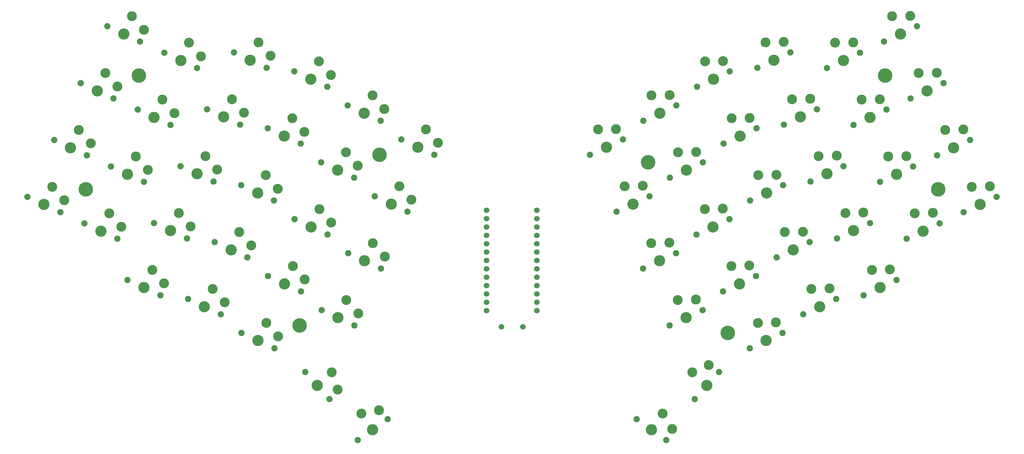
<source format=gts>
%TF.GenerationSoftware,KiCad,Pcbnew,8.0.7*%
%TF.CreationDate,2024-12-23T04:44:47-05:00*%
%TF.ProjectId,mx,6d782e6b-6963-4616-945f-706362585858,v1.0.0*%
%TF.SameCoordinates,Original*%
%TF.FileFunction,Soldermask,Top*%
%TF.FilePolarity,Negative*%
%FSLAX46Y46*%
G04 Gerber Fmt 4.6, Leading zero omitted, Abs format (unit mm)*
G04 Created by KiCad (PCBNEW 8.0.7) date 2024-12-23 04:44:47*
%MOMM*%
%LPD*%
G01*
G04 APERTURE LIST*
%ADD10C,0.700000*%
%ADD11C,4.400000*%
%ADD12C,1.700000*%
%ADD13C,1.900000*%
%ADD14C,3.000000*%
%ADD15C,3.400000*%
G04 APERTURE END LIST*
D10*
X96022972Y-90226875D03*
X95967885Y-91488529D03*
X96954047Y-89373701D03*
X96821059Y-92419604D03*
D11*
X97518380Y-90924196D03*
D10*
X98215701Y-89428788D03*
X98082713Y-92474691D03*
X99068875Y-90359863D03*
X99013788Y-91621517D03*
X250296683Y-117934030D03*
X250241596Y-116672377D03*
X251227759Y-118787204D03*
X251094770Y-115741301D03*
D11*
X251792091Y-117236709D03*
D10*
X252489412Y-118732117D03*
X252356423Y-115686214D03*
X253342586Y-117801041D03*
X253287499Y-116539388D03*
D12*
X218049070Y-131824890D03*
X218049070Y-134364887D03*
X218049071Y-136904891D03*
X218049070Y-139444889D03*
X218049070Y-141984887D03*
X218049071Y-144524889D03*
X218049070Y-147064888D03*
X218049069Y-149604889D03*
X218049070Y-152144891D03*
X218049070Y-154684889D03*
X218049071Y-157224888D03*
X218049070Y-159764891D03*
X218049069Y-162304889D03*
X202809070Y-162304888D03*
X202809070Y-159764891D03*
X202809069Y-157224887D03*
X202809070Y-154684889D03*
X202809070Y-152144891D03*
X202809069Y-149604889D03*
X202809070Y-147064890D03*
X202809071Y-144524889D03*
X202809070Y-141984887D03*
X202809070Y-139444889D03*
X202809069Y-136904890D03*
X202809070Y-134364887D03*
X202809071Y-131824889D03*
D10*
X338206112Y-126151843D03*
X338151025Y-124890190D03*
X339137188Y-127005017D03*
X339004199Y-123959114D03*
D11*
X339701520Y-125454522D03*
D10*
X340398841Y-126949930D03*
X340265852Y-123904027D03*
X341252015Y-126018854D03*
X341196928Y-124757201D03*
X274449323Y-169729518D03*
X274394236Y-168467865D03*
X275380399Y-170582692D03*
X275247410Y-167536789D03*
D11*
X275944731Y-169032197D03*
D10*
X276642052Y-170527605D03*
X276509063Y-167481702D03*
X277495226Y-169596529D03*
X277440139Y-168334876D03*
D12*
X207309072Y-167159890D03*
X213809072Y-167159894D03*
D10*
X144734551Y-166069106D03*
X144679464Y-167330760D03*
X145665626Y-165215932D03*
X145532638Y-168261835D03*
D11*
X146229959Y-166766427D03*
D10*
X146927280Y-165271019D03*
X146794292Y-168316922D03*
X147780454Y-166202094D03*
X147725367Y-167463748D03*
X322104360Y-91621517D03*
X322049273Y-90359864D03*
X323035436Y-92474691D03*
X322902447Y-89428788D03*
D11*
X323599768Y-90924196D03*
D10*
X324297089Y-92419604D03*
X324164100Y-89373701D03*
X325150263Y-91488528D03*
X325095176Y-90226875D03*
X79921216Y-124757204D03*
X79866129Y-126018858D03*
X80852291Y-123904030D03*
X80719303Y-126949933D03*
D11*
X81416624Y-125454525D03*
D10*
X82113945Y-123959117D03*
X81980957Y-127005020D03*
X82967119Y-124890192D03*
X82912032Y-126151846D03*
X168887188Y-114273616D03*
X168832101Y-115535270D03*
X169818263Y-113420442D03*
X169685275Y-116466345D03*
D11*
X170382596Y-114970937D03*
D10*
X171079917Y-113475529D03*
X170946929Y-116521432D03*
X171933091Y-114406604D03*
X171878004Y-115668258D03*
D13*
X242200257Y-132219129D03*
D14*
X244670373Y-124502199D03*
D15*
X247184952Y-129894730D03*
D14*
X250131672Y-124382984D03*
D13*
X252169647Y-127570331D03*
X305957048Y-88641452D03*
D14*
X308427164Y-80924522D03*
D15*
X310941743Y-86317053D03*
D14*
X313888463Y-80805307D03*
D13*
X315926438Y-83992654D03*
X136531264Y-106937027D03*
D14*
X144030535Y-103868899D03*
D15*
X141515956Y-109261430D03*
D14*
X147632313Y-107975865D03*
D13*
X146500648Y-111585833D03*
X323222215Y-80590574D03*
D14*
X325692331Y-72873644D03*
D15*
X328206910Y-78266175D03*
D14*
X331153630Y-72754429D03*
D13*
X333191605Y-75941776D03*
X274510628Y-156432806D03*
D14*
X276980744Y-148715876D03*
D15*
X279495323Y-154108407D03*
D14*
X282442043Y-148596661D03*
D13*
X284480018Y-151784008D03*
X282668365Y-128850993D03*
D14*
X285138481Y-121134063D03*
D15*
X287653060Y-126526594D03*
D14*
X290599780Y-121014848D03*
D13*
X292637755Y-124202195D03*
X110158681Y-118417082D03*
D14*
X117657952Y-115348954D03*
D15*
X115143373Y-120741485D03*
D14*
X121259730Y-119455920D03*
D13*
X120128065Y-123065888D03*
X290719247Y-146116158D03*
D14*
X293189363Y-138399228D03*
D15*
X295703942Y-143791759D03*
D14*
X298650662Y-138280013D03*
D13*
X300688637Y-141467360D03*
X97140828Y-101257816D03*
D14*
X104640099Y-98189688D03*
D15*
X102125520Y-103582219D03*
D14*
X108241877Y-102296654D03*
D13*
X107110212Y-105906622D03*
X144582145Y-89671866D03*
D14*
X152081416Y-86603738D03*
D15*
X149566837Y-91996269D03*
D14*
X155683194Y-90710704D03*
D13*
X154551529Y-94320672D03*
X128587252Y-169049165D03*
D14*
X136086523Y-165981037D03*
D15*
X133571944Y-171373568D03*
D14*
X139688301Y-170088003D03*
D13*
X138556636Y-173697971D03*
X71824786Y-110472095D03*
D14*
X79324057Y-107403967D03*
D15*
X76809478Y-112796498D03*
D14*
X82925835Y-111510933D03*
D13*
X81794170Y-115120901D03*
X250357997Y-104637319D03*
D14*
X252828113Y-96920389D03*
D15*
X255342692Y-102312920D03*
D14*
X258289412Y-96801174D03*
D13*
X260327387Y-99988521D03*
X274617487Y-111585829D03*
D14*
X277087603Y-103868899D03*
D15*
X279602182Y-109261430D03*
D14*
X282548902Y-103749684D03*
D13*
X284586877Y-106937031D03*
X118209559Y-101151920D03*
D14*
X125708830Y-98083792D03*
D15*
X123194251Y-103476323D03*
D14*
X129310608Y-102190758D03*
D13*
X128178943Y-105800726D03*
X258302013Y-166749453D03*
D14*
X260772129Y-159032523D03*
D15*
X263286708Y-164425054D03*
D14*
X266233428Y-158913308D03*
D13*
X268271403Y-162100655D03*
X87926542Y-75941772D03*
D14*
X95425813Y-72873644D03*
D15*
X92911234Y-78266175D03*
D14*
X99027591Y-76980610D03*
D13*
X97895926Y-80590578D03*
X300990076Y-123065887D03*
D14*
X303460192Y-115348957D03*
D15*
X305974771Y-120741488D03*
D14*
X308921491Y-115229742D03*
D13*
X310959466Y-118417089D03*
X152846749Y-162100650D03*
D14*
X160346020Y-159032522D03*
D15*
X157831441Y-164425053D03*
D14*
X163947798Y-163139488D03*
D13*
X162816133Y-166749456D03*
X266459749Y-139167639D03*
D14*
X268929865Y-131450709D03*
D15*
X271444444Y-136843240D03*
D14*
X274391164Y-131331494D03*
D13*
X276429139Y-134518841D03*
X160897619Y-144835489D03*
D14*
X168396890Y-141767361D03*
D15*
X165882311Y-147159892D03*
D14*
X171998668Y-145874327D03*
D13*
X170867003Y-149484295D03*
X265889333Y-189084561D03*
D14*
X265147835Y-181015936D03*
D15*
X269569550Y-184997263D03*
D14*
X270128410Y-178772298D03*
D13*
X273249767Y-180909965D03*
X292939199Y-105800723D03*
D14*
X295409315Y-98083793D03*
D15*
X297923894Y-103476324D03*
D14*
X300870614Y-97964578D03*
D13*
X302908589Y-101151925D03*
X89089951Y-118522977D03*
D14*
X96589222Y-115454849D03*
D15*
X94074643Y-120847380D03*
D14*
X100191000Y-119561815D03*
D13*
X99059335Y-123171783D03*
X126260434Y-83886758D03*
D14*
X133759705Y-80818630D03*
D15*
X131245126Y-86211161D03*
D14*
X137361483Y-84925596D03*
D13*
X136229818Y-88535564D03*
X81039072Y-135788137D03*
D14*
X88538343Y-132720009D03*
D15*
X86023764Y-138112540D03*
D14*
X92140121Y-136826975D03*
D13*
X91008456Y-140436943D03*
X102107804Y-135682248D03*
D14*
X109607075Y-132614120D03*
D15*
X107092496Y-138006651D03*
D14*
X113208853Y-136721086D03*
D13*
X112077188Y-140331054D03*
X250251134Y-149484292D03*
D14*
X252721250Y-141767362D03*
D15*
X255235829Y-147159893D03*
D14*
X258182549Y-141648147D03*
D13*
X260220524Y-144835494D03*
X168948502Y-127570324D03*
D14*
X176447773Y-124502196D03*
D15*
X173933194Y-129894727D03*
D14*
X180049551Y-128609162D03*
D13*
X178917886Y-132219130D03*
X147868373Y-180909969D03*
D15*
X151548591Y-184997266D03*
D14*
X155970305Y-181015938D03*
X157681036Y-186203750D03*
D13*
X155228809Y-189084563D03*
X339323965Y-115120901D03*
D14*
X341794081Y-107403971D03*
D15*
X344308660Y-112796502D03*
D14*
X347255380Y-107284756D03*
D13*
X349293355Y-110472103D03*
X160790761Y-99988515D03*
D14*
X168290032Y-96920387D03*
D15*
X165775453Y-102312918D03*
D14*
X171891810Y-101027353D03*
D13*
X170760145Y-104637321D03*
X120429512Y-141467353D03*
D14*
X127928783Y-138399225D03*
D15*
X125414204Y-143791756D03*
D14*
X131530561Y-142506191D03*
D13*
X130398896Y-146116159D03*
X94056924Y-152947407D03*
D14*
X101556195Y-149879279D03*
D15*
X99041616Y-155271810D03*
D14*
X105157973Y-153986245D03*
D13*
X104026308Y-157596213D03*
X136638129Y-151784004D03*
D14*
X144137400Y-148715876D03*
D15*
X141622821Y-154108407D03*
D14*
X147739178Y-152822842D03*
D13*
X146607513Y-156432810D03*
X105191705Y-83992651D03*
D14*
X112690976Y-80924523D03*
D15*
X110176397Y-86317054D03*
D14*
X116292754Y-85031489D03*
D13*
X115161089Y-88641457D03*
X298770123Y-163381321D03*
D14*
X301240239Y-155664391D03*
D15*
X303754818Y-161056922D03*
D14*
X306701538Y-155545176D03*
D13*
X308739513Y-158732523D03*
X282561507Y-173697969D03*
D14*
X285031623Y-165981039D03*
D15*
X287546202Y-171373570D03*
D14*
X290492922Y-165861824D03*
D13*
X292530897Y-169049171D03*
X234149378Y-114953965D03*
D14*
X236619494Y-107237035D03*
D15*
X239134073Y-112629566D03*
D14*
X242080793Y-107117820D03*
D13*
X244118768Y-110305167D03*
X258408869Y-121902476D03*
D14*
X260878985Y-114185546D03*
D15*
X263393564Y-119578077D03*
D14*
X266340284Y-114066331D03*
D13*
X268378259Y-117253678D03*
X331273091Y-97855737D03*
D14*
X333743207Y-90138807D03*
D15*
X336257786Y-95531338D03*
D14*
X339204506Y-90019592D03*
D13*
X341242481Y-93206939D03*
X309040957Y-140331048D03*
D14*
X311511073Y-132614118D03*
D15*
X314025652Y-138006649D03*
D14*
X316972372Y-132494903D03*
D13*
X319010347Y-135682250D03*
X322058802Y-123171776D03*
D14*
X324528918Y-115454846D03*
D15*
X327043497Y-120847377D03*
D14*
X329990217Y-115335631D03*
D13*
X332028192Y-118522978D03*
X163829833Y-201564643D03*
D14*
X164922387Y-193536019D03*
D15*
X168335168Y-198409974D03*
D14*
X170280017Y-192470272D03*
D13*
X172840503Y-195255305D03*
X128480386Y-124202191D03*
D14*
X135979657Y-121134063D03*
D15*
X133465078Y-126526594D03*
D14*
X139581435Y-125241029D03*
D13*
X138449770Y-128850997D03*
X176999381Y-110305158D03*
D14*
X184498652Y-107237030D03*
D15*
X181984073Y-112629561D03*
D14*
X188100430Y-111343996D03*
D13*
X186968765Y-114953964D03*
X314007926Y-105906614D03*
D14*
X316478042Y-98189684D03*
D15*
X318992621Y-103582215D03*
D14*
X321939341Y-98070469D03*
D13*
X323977316Y-101257816D03*
X330109684Y-140436942D03*
D14*
X332579800Y-132720012D03*
D15*
X335094379Y-138112543D03*
D14*
X338041099Y-132600797D03*
D13*
X340079074Y-135788144D03*
X248277638Y-195255307D03*
D15*
X252782974Y-198409976D03*
D14*
X256195755Y-193536021D03*
X259029647Y-198206039D03*
D13*
X257288310Y-201564645D03*
X144689009Y-134518836D03*
D14*
X152188280Y-131450708D03*
D15*
X149673701Y-136843239D03*
D14*
X155790058Y-135557674D03*
D13*
X154658393Y-139167642D03*
X63773909Y-127737265D03*
D14*
X71273180Y-124669137D03*
D15*
X68758601Y-130061668D03*
D14*
X74874958Y-128776103D03*
D13*
X73743293Y-132386071D03*
X152739882Y-117253672D03*
D14*
X160239153Y-114185544D03*
D15*
X157724574Y-119578075D03*
D14*
X163840931Y-118292510D03*
D13*
X162709266Y-121902478D03*
X284888321Y-88535559D03*
D14*
X287358437Y-80818629D03*
D15*
X289873016Y-86211160D03*
D14*
X292819736Y-80699414D03*
D13*
X294857711Y-83886761D03*
X112378631Y-158732521D03*
D14*
X119877902Y-155664393D03*
D15*
X117363323Y-161056924D03*
D14*
X123479680Y-159771359D03*
D13*
X122348015Y-163381327D03*
X347374843Y-132386063D03*
D14*
X349844959Y-124669133D03*
D15*
X352359538Y-130061664D03*
D14*
X355306258Y-124549918D03*
D13*
X357344233Y-127737265D03*
X79875667Y-93206935D03*
D14*
X87374938Y-90138807D03*
D15*
X84860359Y-95531338D03*
D14*
X90976716Y-94245773D03*
D13*
X89845051Y-97855741D03*
X317091834Y-157596212D03*
D14*
X319561950Y-149879282D03*
D15*
X322076529Y-155271813D03*
D14*
X325023249Y-149760067D03*
D13*
X327061224Y-152947414D03*
X266566607Y-94320670D03*
D14*
X269036723Y-86603740D03*
D15*
X271551302Y-91996271D03*
D14*
X274498022Y-86484525D03*
D13*
X276535997Y-89671872D03*
M02*

</source>
